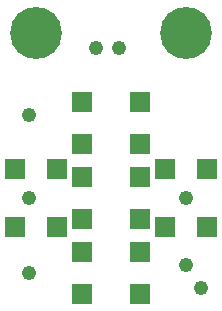
<source format=gts>
%FSLAX25Y25*%
%MOIN*%
G70*
G01*
G75*
G04 Layer_Color=128*
%ADD10R,0.05906X0.05906*%
%ADD11R,0.05906X0.05906*%
%ADD12C,0.02500*%
%ADD13C,0.16500*%
%ADD14C,0.04000*%
%ADD15R,0.17716X0.12205*%
%ADD16R,0.05000X0.08000*%
%ADD17C,0.01000*%
%ADD18R,0.04906X0.04906*%
%ADD19R,0.04906X0.04906*%
%ADD20R,0.16716X0.11205*%
%ADD21R,0.04000X0.07000*%
%ADD22R,0.06706X0.06706*%
%ADD23R,0.06706X0.06706*%
%ADD24C,0.17300*%
%ADD25C,0.04800*%
D22*
X547146Y530610D02*
D03*
X527854Y544390D02*
D03*
X527854Y530610D02*
D03*
X547146Y519390D02*
D03*
Y505610D02*
D03*
X527854Y519390D02*
D03*
Y505610D02*
D03*
X547146Y544390D02*
D03*
X527854Y555610D02*
D03*
Y569390D02*
D03*
X547146Y555610D02*
D03*
Y569390D02*
D03*
D23*
X519390Y527854D02*
D03*
X505610D02*
D03*
X519390Y547146D02*
D03*
X505610D02*
D03*
X555610Y547146D02*
D03*
X569390D02*
D03*
X555610Y527854D02*
D03*
X569390D02*
D03*
D24*
X512500Y592500D02*
D03*
X562500D02*
D03*
D25*
Y537500D02*
D03*
Y515000D02*
D03*
X510000Y537500D02*
D03*
Y565000D02*
D03*
Y512500D02*
D03*
X532500Y587500D02*
D03*
X540000D02*
D03*
X567500Y507500D02*
D03*
M02*

</source>
